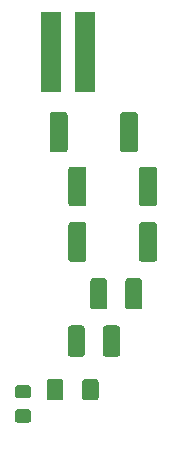
<source format=gbr>
G04 #@! TF.GenerationSoftware,KiCad,Pcbnew,5.99.0-unknown-df3fabf~86~ubuntu18.04.1*
G04 #@! TF.CreationDate,2019-10-25T18:59:48-04:00*
G04 #@! TF.ProjectId,current_calibration_board,63757272-656e-4745-9f63-616c69627261,rev?*
G04 #@! TF.SameCoordinates,Original*
G04 #@! TF.FileFunction,Paste,Top*
G04 #@! TF.FilePolarity,Positive*
%FSLAX46Y46*%
G04 Gerber Fmt 4.6, Leading zero omitted, Abs format (unit mm)*
G04 Created by KiCad (PCBNEW 5.99.0-unknown-df3fabf~86~ubuntu18.04.1) date 2019-10-25 18:59:48*
%MOMM*%
%LPD*%
G04 APERTURE LIST*
%ADD10R,1.800000X6.800000*%
G04 APERTURE END LIST*
D10*
X143450000Y-85200000D03*
X146350000Y-85200000D03*
G36*
X144720671Y-90344030D02*
G01*
X144801777Y-90398223D01*
X144855970Y-90479329D01*
X144875000Y-90574999D01*
X144875000Y-93425001D01*
X144855970Y-93520671D01*
X144801777Y-93601777D01*
X144720671Y-93655970D01*
X144625001Y-93675000D01*
X143599999Y-93675000D01*
X143504329Y-93655970D01*
X143423223Y-93601777D01*
X143369030Y-93520671D01*
X143350000Y-93425001D01*
X143350000Y-90574999D01*
X143369030Y-90479329D01*
X143423223Y-90398223D01*
X143504329Y-90344030D01*
X143599999Y-90325000D01*
X144625001Y-90325000D01*
X144720671Y-90344030D01*
G37*
G36*
X150695671Y-90344030D02*
G01*
X150776777Y-90398223D01*
X150830970Y-90479329D01*
X150850000Y-90574999D01*
X150850000Y-93425001D01*
X150830970Y-93520671D01*
X150776777Y-93601777D01*
X150695671Y-93655970D01*
X150600001Y-93675000D01*
X149574999Y-93675000D01*
X149479329Y-93655970D01*
X149398223Y-93601777D01*
X149344030Y-93520671D01*
X149325000Y-93425001D01*
X149325000Y-90574999D01*
X149344030Y-90479329D01*
X149398223Y-90398223D01*
X149479329Y-90344030D01*
X149574999Y-90325000D01*
X150600001Y-90325000D01*
X150695671Y-90344030D01*
G37*
G36*
X146320671Y-94944030D02*
G01*
X146401777Y-94998223D01*
X146455970Y-95079329D01*
X146475000Y-95174999D01*
X146475000Y-98025001D01*
X146455970Y-98120671D01*
X146401777Y-98201777D01*
X146320671Y-98255970D01*
X146225001Y-98275000D01*
X145199999Y-98275000D01*
X145104329Y-98255970D01*
X145023223Y-98201777D01*
X144969030Y-98120671D01*
X144950000Y-98025001D01*
X144950000Y-95174999D01*
X144969030Y-95079329D01*
X145023223Y-94998223D01*
X145104329Y-94944030D01*
X145199999Y-94925000D01*
X146225001Y-94925000D01*
X146320671Y-94944030D01*
G37*
G36*
X152295671Y-94944030D02*
G01*
X152376777Y-94998223D01*
X152430970Y-95079329D01*
X152450000Y-95174999D01*
X152450000Y-98025001D01*
X152430970Y-98120671D01*
X152376777Y-98201777D01*
X152295671Y-98255970D01*
X152200001Y-98275000D01*
X151174999Y-98275000D01*
X151079329Y-98255970D01*
X150998223Y-98201777D01*
X150944030Y-98120671D01*
X150925000Y-98025001D01*
X150925000Y-95174999D01*
X150944030Y-95079329D01*
X150998223Y-94998223D01*
X151079329Y-94944030D01*
X151174999Y-94925000D01*
X152200001Y-94925000D01*
X152295671Y-94944030D01*
G37*
G36*
X146320671Y-99644030D02*
G01*
X146401777Y-99698223D01*
X146455970Y-99779329D01*
X146475000Y-99874999D01*
X146475000Y-102725001D01*
X146455970Y-102820671D01*
X146401777Y-102901777D01*
X146320671Y-102955970D01*
X146225001Y-102975000D01*
X145199999Y-102975000D01*
X145104329Y-102955970D01*
X145023223Y-102901777D01*
X144969030Y-102820671D01*
X144950000Y-102725001D01*
X144950000Y-99874999D01*
X144969030Y-99779329D01*
X145023223Y-99698223D01*
X145104329Y-99644030D01*
X145199999Y-99625000D01*
X146225001Y-99625000D01*
X146320671Y-99644030D01*
G37*
G36*
X152295671Y-99644030D02*
G01*
X152376777Y-99698223D01*
X152430970Y-99779329D01*
X152450000Y-99874999D01*
X152450000Y-102725001D01*
X152430970Y-102820671D01*
X152376777Y-102901777D01*
X152295671Y-102955970D01*
X152200001Y-102975000D01*
X151174999Y-102975000D01*
X151079329Y-102955970D01*
X150998223Y-102901777D01*
X150944030Y-102820671D01*
X150925000Y-102725001D01*
X150925000Y-99874999D01*
X150944030Y-99779329D01*
X150998223Y-99698223D01*
X151079329Y-99644030D01*
X151174999Y-99625000D01*
X152200001Y-99625000D01*
X152295671Y-99644030D01*
G37*
G36*
X148070671Y-104394030D02*
G01*
X148151777Y-104448223D01*
X148205970Y-104529329D01*
X148225000Y-104625000D01*
X148225000Y-106775000D01*
X148205970Y-106870671D01*
X148151777Y-106951777D01*
X148070671Y-107005970D01*
X147975000Y-107025000D01*
X147050000Y-107025000D01*
X146954329Y-107005970D01*
X146873223Y-106951777D01*
X146819030Y-106870671D01*
X146800000Y-106775000D01*
X146800000Y-104625000D01*
X146819030Y-104529329D01*
X146873223Y-104448223D01*
X146954329Y-104394030D01*
X147050000Y-104375000D01*
X147975000Y-104375000D01*
X148070671Y-104394030D01*
G37*
G36*
X151045671Y-104394030D02*
G01*
X151126777Y-104448223D01*
X151180970Y-104529329D01*
X151200000Y-104625000D01*
X151200000Y-106775000D01*
X151180970Y-106870671D01*
X151126777Y-106951777D01*
X151045671Y-107005970D01*
X150950000Y-107025000D01*
X150025000Y-107025000D01*
X149929329Y-107005970D01*
X149848223Y-106951777D01*
X149794030Y-106870671D01*
X149775000Y-106775000D01*
X149775000Y-104625000D01*
X149794030Y-104529329D01*
X149848223Y-104448223D01*
X149929329Y-104394030D01*
X150025000Y-104375000D01*
X150950000Y-104375000D01*
X151045671Y-104394030D01*
G37*
G36*
X146170671Y-108394030D02*
G01*
X146251777Y-108448223D01*
X146305970Y-108529329D01*
X146325000Y-108625000D01*
X146325000Y-110775000D01*
X146305970Y-110870671D01*
X146251777Y-110951777D01*
X146170671Y-111005970D01*
X146075000Y-111025000D01*
X145150000Y-111025000D01*
X145054329Y-111005970D01*
X144973223Y-110951777D01*
X144919030Y-110870671D01*
X144900000Y-110775000D01*
X144900000Y-108625000D01*
X144919030Y-108529329D01*
X144973223Y-108448223D01*
X145054329Y-108394030D01*
X145150000Y-108375000D01*
X146075000Y-108375000D01*
X146170671Y-108394030D01*
G37*
G36*
X149145671Y-108394030D02*
G01*
X149226777Y-108448223D01*
X149280970Y-108529329D01*
X149300000Y-108625000D01*
X149300000Y-110775000D01*
X149280970Y-110870671D01*
X149226777Y-110951777D01*
X149145671Y-111005970D01*
X149050000Y-111025000D01*
X148125000Y-111025000D01*
X148029329Y-111005970D01*
X147948223Y-110951777D01*
X147894030Y-110870671D01*
X147875000Y-110775000D01*
X147875000Y-108625000D01*
X147894030Y-108529329D01*
X147948223Y-108448223D01*
X148029329Y-108394030D01*
X148125000Y-108375000D01*
X149050000Y-108375000D01*
X149145671Y-108394030D01*
G37*
G36*
X144370671Y-112944030D02*
G01*
X144451777Y-112998223D01*
X144505970Y-113079329D01*
X144525000Y-113175000D01*
X144525000Y-114425000D01*
X144505970Y-114520671D01*
X144451777Y-114601777D01*
X144370671Y-114655970D01*
X144275000Y-114675000D01*
X143350000Y-114675000D01*
X143254329Y-114655970D01*
X143173223Y-114601777D01*
X143119030Y-114520671D01*
X143100000Y-114425000D01*
X143100000Y-113175000D01*
X143119030Y-113079329D01*
X143173223Y-112998223D01*
X143254329Y-112944030D01*
X143350000Y-112925000D01*
X144275000Y-112925000D01*
X144370671Y-112944030D01*
G37*
G36*
X147345671Y-112944030D02*
G01*
X147426777Y-112998223D01*
X147480970Y-113079329D01*
X147500000Y-113175000D01*
X147500000Y-114425000D01*
X147480970Y-114520671D01*
X147426777Y-114601777D01*
X147345671Y-114655970D01*
X147250000Y-114675000D01*
X146325000Y-114675000D01*
X146229329Y-114655970D01*
X146148223Y-114601777D01*
X146094030Y-114520671D01*
X146075000Y-114425000D01*
X146075000Y-113175000D01*
X146094030Y-113079329D01*
X146148223Y-112998223D01*
X146229329Y-112944030D01*
X146325000Y-112925000D01*
X147250000Y-112925000D01*
X147345671Y-112944030D01*
G37*
G36*
X141645671Y-113419030D02*
G01*
X141726777Y-113473223D01*
X141780970Y-113554329D01*
X141800000Y-113649999D01*
X141800000Y-114300001D01*
X141780970Y-114395671D01*
X141726777Y-114476777D01*
X141645671Y-114530970D01*
X141550001Y-114550000D01*
X140649999Y-114550000D01*
X140554329Y-114530970D01*
X140473223Y-114476777D01*
X140419030Y-114395671D01*
X140400000Y-114300001D01*
X140400000Y-113649999D01*
X140419030Y-113554329D01*
X140473223Y-113473223D01*
X140554329Y-113419030D01*
X140649999Y-113400000D01*
X141550001Y-113400000D01*
X141645671Y-113419030D01*
G37*
G36*
X141645671Y-115469030D02*
G01*
X141726777Y-115523223D01*
X141780970Y-115604329D01*
X141800000Y-115699999D01*
X141800000Y-116350001D01*
X141780970Y-116445671D01*
X141726777Y-116526777D01*
X141645671Y-116580970D01*
X141550001Y-116600000D01*
X140649999Y-116600000D01*
X140554329Y-116580970D01*
X140473223Y-116526777D01*
X140419030Y-116445671D01*
X140400000Y-116350001D01*
X140400000Y-115699999D01*
X140419030Y-115604329D01*
X140473223Y-115523223D01*
X140554329Y-115469030D01*
X140649999Y-115450000D01*
X141550001Y-115450000D01*
X141645671Y-115469030D01*
G37*
M02*

</source>
